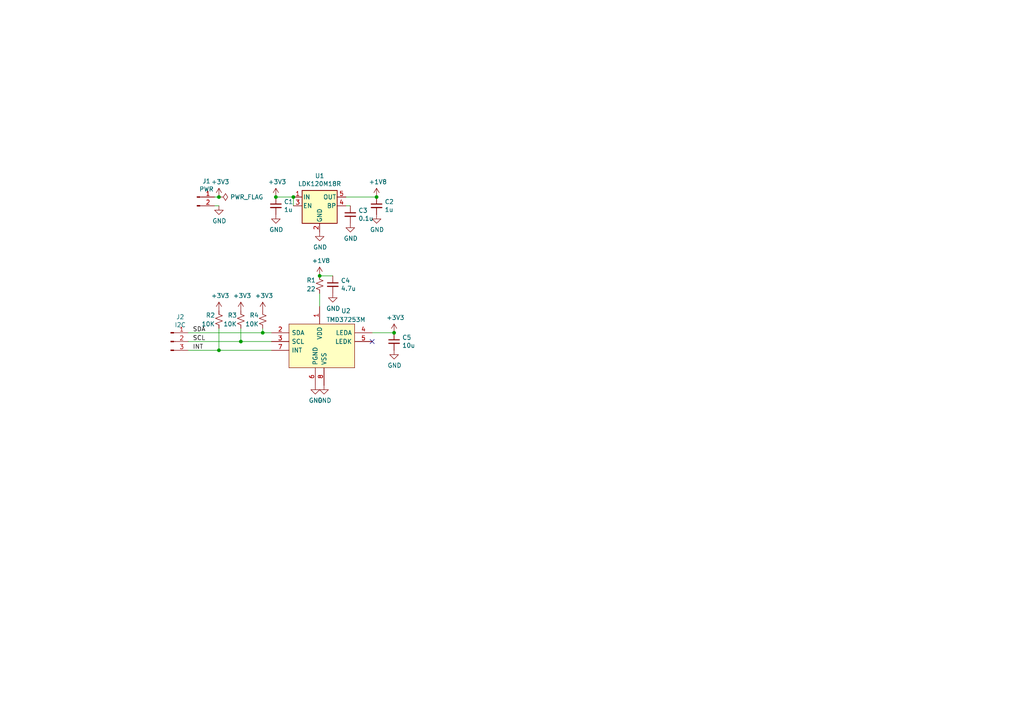
<source format=kicad_sch>
(kicad_sch (version 20211123) (generator eeschema)
  (paper "A4")
  (lib_symbols
    (symbol "Connector:Conn_01x02_Male" (pin_names (offset 1.016) hide)
      (property "Reference" "J" (at 0 2.54 0))
      (property "Value" "Conn_01x02_Male" (at 0 -5.08 0))
      (symbol "Conn_01x02_Male_1_1"
        (polyline (pts (xy 1.27 -2.54) (xy 0.8636 -2.54)) (stroke (width 0.1524)))
        (polyline (pts (xy 1.27 0) (xy 0.8636 0)) (stroke (width 0.1524)))
        (rectangle (start 0.8636 -2.413) (end 0 -2.667) (stroke (width 0.1524)) (fill (type outline)))
        (rectangle (start 0.8636 0.127) (end 0 -0.127) (stroke (width 0.1524)) (fill (type outline)))
        (pin passive line (at 5.08 0 180) (length 3.81) (name "Pin_1") (number "1"))
        (pin passive line (at 5.08 -2.54 180) (length 3.81) (name "Pin_2") (number "2"))
      )
    )
    (symbol "Connector:Conn_01x03_Male" (pin_names (offset 1.016) hide)
      (property "Reference" "J" (at 0 5.08 0))
      (property "Value" "Conn_01x03_Male" (at 0 -5.08 0))
      (symbol "Conn_01x03_Male_1_1"
        (polyline (pts (xy 1.27 -2.54) (xy 0.8636 -2.54)) (stroke (width 0.1524)))
        (polyline (pts (xy 1.27 0) (xy 0.8636 0)) (stroke (width 0.1524)))
        (polyline (pts (xy 1.27 2.54) (xy 0.8636 2.54)) (stroke (width 0.1524)))
        (rectangle (start 0.8636 -2.413) (end 0 -2.667) (stroke (width 0.1524)) (fill (type outline)))
        (rectangle (start 0.8636 0.127) (end 0 -0.127) (stroke (width 0.1524)) (fill (type outline)))
        (rectangle (start 0.8636 2.667) (end 0 2.413) (stroke (width 0.1524)) (fill (type outline)))
        (pin passive line (at 5.08 2.54 180) (length 3.81) (name "Pin_1") (number "1"))
        (pin passive line (at 5.08 0 180) (length 3.81) (name "Pin_2") (number "2"))
        (pin passive line (at 5.08 -2.54 180) (length 3.81) (name "Pin_3") (number "3"))
      )
    )
    (symbol "Device:C_Small" (pin_numbers hide) (pin_names (offset 0.254) hide)
      (property "Reference" "C" (at 0.254 1.778 0))
      (property "Value" "C_Small" (at 0.254 -2.032 0))
      (symbol "C_Small_0_1"
        (polyline (pts (xy -1.524 -0.508) (xy 1.524 -0.508)) (stroke (width 0.3302)))
        (polyline (pts (xy -1.524 0.508) (xy 1.524 0.508)) (stroke (width 0.3048)))
      )
      (symbol "C_Small_1_1"
        (pin passive line (at 0 2.54 270) (length 2.032) (name "~") (number "1"))
        (pin passive line (at 0 -2.54 90) (length 2.032) (name "~") (number "2"))
      )
    )
    (symbol "Device:R_Small_US" (pin_numbers hide) (pin_names (offset 0.254) hide)
      (property "Reference" "R" (at 0.762 0.508 0))
      (property "Value" "R_Small_US" (at 0.762 -1.016 0))
      (symbol "R_Small_US_1_1"
        (polyline (pts (xy 0 0) (xy 1.016 -0.381) (xy 0 -0.762) (xy -1.016 -1.143) (xy 0 -1.524)))
        (polyline (pts (xy 0 1.524) (xy 1.016 1.143) (xy 0 0.762) (xy -1.016 0.381) (xy 0 0)))
        (pin passive line (at 0 2.54 270) (length 1.016) (name "~") (number "1"))
        (pin passive line (at 0 -2.54 90) (length 1.016) (name "~") (number "2"))
      )
    )
    (symbol "Regulator_Linear:LDK130-12_SOT23_SOT353" (pin_names (offset 0.254))
      (property "Reference" "U" (at -3.81 5.715 0))
      (property "Value" "LDK130-12_SOT23_SOT353" (at 0 5.715 0))
      (symbol "LDK130-12_SOT23_SOT353_0_1"
        (rectangle (start -5.08 4.445) (end 5.08 -5.08) (stroke (width 0.254)) (fill (type background)))
      )
      (symbol "LDK130-12_SOT23_SOT353_1_1"
        (pin power_in line (at -7.62 2.54 0) (length 2.54) (name "IN") (number "1"))
        (pin power_in line (at 0 -7.62 90) (length 2.54) (name "GND") (number "2"))
        (pin input line (at -7.62 0 0) (length 2.54) (name "EN") (number "3"))
        (pin passive line (at 7.62 0 180) (length 2.54) (name "BP") (number "4"))
        (pin power_out line (at 7.62 2.54 180) (length 2.54) (name "OUT") (number "5"))
      )
    )
    (symbol "TMD37253M:TMD37253M" (pin_names (offset 0.762))
      (property "Reference" "IC" (at 1.27 12.7 0))
      (property "Value" "TMD37253M" (at 1.27 10.16 0))
      (symbol "TMD37253M_0_0"
        (pin power_in line (at -1.27 11.43 270) (length 5.08) (name "VDD") (number "1"))
        (pin bidirectional line (at -15.24 3.81 0) (length 5.08) (name "SDA") (number "2"))
        (pin input line (at -15.24 1.27 0) (length 5.08) (name "SCL") (number "3"))
        (pin input line (at 13.97 3.81 180) (length 5.08) (name "LEDA") (number "4"))
        (pin output line (at 13.97 1.27 180) (length 5.08) (name "LEDK") (number "5"))
        (pin power_in line (at -2.54 -11.43 90) (length 5.08) (name "PGND") (number "6"))
        (pin power_in line (at -15.24 -1.27 0) (length 5.08) (name "INT") (number "7"))
        (pin power_in line (at 0 -11.43 90) (length 5.08) (name "VSS") (number "8"))
      )
      (symbol "TMD37253M_0_1"
        (rectangle (start -10.16 6.35) (end 8.89 -6.35) (fill (type background)))
      )
    )
    (symbol "power:+1V8" (power) (pin_names (offset 0))
      (property "Value" "+1V8" (at 0 3.556 0))
      (symbol "+1V8_0_1"
        (polyline (pts (xy -0.762 1.27) (xy 0 2.54)))
        (polyline (pts (xy 0 0) (xy 0 2.54)))
        (polyline (pts (xy 0 2.54) (xy 0.762 1.27)))
      )
      (symbol "+1V8_1_1"
        (pin power_in line (at 0 0 90) (length 0) hide (name "+1V8") (number "1"))
      )
    )
    (symbol "power:+3V3" (power) (pin_names (offset 0))
      (property "Value" "+3V3" (at 0 3.556 0))
      (symbol "+3V3_0_1"
        (polyline (pts (xy -0.762 1.27) (xy 0 2.54)))
        (polyline (pts (xy 0 0) (xy 0 2.54)))
        (polyline (pts (xy 0 2.54) (xy 0.762 1.27)))
      )
      (symbol "+3V3_1_1"
        (pin power_in line (at 0 0 90) (length 0) hide (name "+3V3") (number "1"))
      )
    )
    (symbol "power:GND" (power) (pin_names (offset 0))
      (property "Value" "GND" (at 0 -3.81 0))
      (symbol "GND_0_1"
        (polyline (pts (xy 0 0) (xy 0 -1.27) (xy 1.27 -1.27) (xy 0 -2.54) (xy -1.27 -1.27) (xy 0 -1.27)))
      )
      (symbol "GND_1_1"
        (pin power_in line (at 0 0 270) (length 0) hide (name "GND") (number "1"))
      )
    )
    (symbol "power:PWR_FLAG" (power) (pin_numbers hide) (pin_names (offset 0) hide)
      (property "Value" "PWR_FLAG" (at 0 3.81 0))
      (symbol "PWR_FLAG_0_0"
        (pin power_out line (at 0 0 90) (length 0) (name "pwr") (number "1"))
      )
      (symbol "PWR_FLAG_0_1"
        (polyline (pts (xy 0 0) (xy 0 1.27) (xy -1.016 1.905) (xy 0 2.54) (xy 1.016 1.905) (xy 0 1.27)))
      )
    )
  )
  (junction (at 109.22 57.15))
  (junction (at 80.01 57.15))
  (junction (at 92.71 80.01))
  (junction (at 63.5 101.6))
  (junction (at 76.2 96.52))
  (junction (at 85.09 57.15))
  (junction (at 63.5 57.15))
  (junction (at 69.85 99.06))
  (junction (at 114.3 96.52))
  (no_connect (at 107.95 99.06))
  (wire (pts (xy 92.71 80.01) (xy 96.52 80.01)))
  (wire (pts (xy 76.2 95.25) (xy 76.2 96.52)))
  (wire (pts (xy 92.71 85.09) (xy 92.71 88.9)))
  (wire (pts (xy 80.01 57.15) (xy 85.09 57.15)))
  (wire (pts (xy 62.23 57.15) (xy 63.5 57.15)))
  (wire (pts (xy 69.85 99.06) (xy 69.85 95.25)))
  (wire (pts (xy 101.6 59.69) (xy 100.33 59.69)))
  (wire (pts (xy 54.61 101.6) (xy 63.5 101.6)))
  (wire (pts (xy 63.5 101.6) (xy 78.74 101.6)))
  (wire (pts (xy 63.5 95.25) (xy 63.5 101.6)))
  (wire (pts (xy 76.2 96.52) (xy 78.74 96.52)))
  (wire (pts (xy 78.74 99.06) (xy 69.85 99.06)))
  (wire (pts (xy 107.95 96.52) (xy 114.3 96.52)))
  (wire (pts (xy 69.85 99.06) (xy 54.61 99.06)))
  (wire (pts (xy 100.33 57.15) (xy 109.22 57.15)))
  (wire (pts (xy 62.23 59.69) (xy 63.5 59.69)))
  (wire (pts (xy 54.61 96.52) (xy 76.2 96.52)))
  (wire (pts (xy 85.09 57.15) (xy 85.09 59.69)))
  (label "SDA" (at 55.88 96.52 0))
  (label "SCL" (at 55.88 99.06 0))
  (label "INT" (at 55.88 101.6 0))
  (symbol (lib_id "Regulator_Linear:LDK130-12_SOT23_SOT353") (at 92.71 59.69 0) (unit 1)
    (property "Reference" "U1" (at 92.71 51.0032 0))
    (property "Value" "LDK120M18R" (at 92.71 53.3146 0))
    (property "Footprint" "Package_TO_SOT_SMD:SOT-23-5" (effects hide))
    (property "Datasheet" "https://www.st.com/content/ccc/resource/technical/document/datasheet/9d/8f/91/5b/5d/0b/49/3d/DM00070790.pdf/files/DM00070790.pdf/jcr:content/translations/en.DM00070790.pdf" (effects hide))
  )
  (symbol (lib_id "TMD37253M:TMD37253M") (at 93.98 100.33 0) (unit 1)
    (property "Reference" "U2" (at 100.33 90.17 0))
    (property "Value" "TMD37253M" (at 100.33 92.71 0))
    (property "Footprint" "lib:TMD37253M" (effects hide))
    (property "Datasheet" "https://componentsearchengine.com//TMD37253M.pdf" (effects hide))
    (property "Description" "Ambient Light Sensors TMD37253M OLGA8 LF T&RDP" (effects hide))
    (property "Height" "1.1" (effects hide))
    (property "Manufacturer_Name" "ams" (effects hide))
    (property "Manufacturer_Part_Number" "TMD37253M" (effects hide))
    (property "Mouser Part Number" "985-TMD37253M" (effects hide))
    (property "Mouser Price/Stock" "https://www.mouser.co.uk/ProductDetail/ams/TMD37253M?qs=vLWxofP3U2w3vfIwANEepQ%3D%3D" (effects hide))
  )
  (symbol (lib_id "power:+1V8") (at 92.71 80.01 0) (unit 1)
    (property "Reference" "#PWR0101" (effects hide))
    (property "Value" "+1V8" (at 93.091 75.6158 0))
  )
  (symbol (lib_id "power:+1V8") (at 109.22 57.15 0) (unit 1)
    (property "Reference" "#PWR0102" (effects hide))
    (property "Value" "+1V8" (at 109.601 52.7558 0))
  )
  (symbol (lib_id "power:+3V3") (at 80.01 57.15 0) (unit 1)
    (property "Reference" "#PWR0103" (effects hide))
    (property "Value" "+3V3" (at 80.391 52.7558 0))
  )
  (symbol (lib_id "power:GND") (at 92.71 67.31 0) (unit 1)
    (property "Reference" "#PWR0104" (effects hide))
    (property "Value" "GND" (at 92.837 71.7042 0))
  )
  (symbol (lib_id "power:GND") (at 91.44 111.76 0) (unit 1)
    (property "Reference" "#PWR0105" (effects hide))
    (property "Value" "GND" (at 91.567 116.1542 0))
  )
  (symbol (lib_id "power:GND") (at 93.98 111.76 0) (unit 1)
    (property "Reference" "#PWR0106" (effects hide))
    (property "Value" "GND" (at 94.107 116.1542 0))
  )
  (symbol (lib_id "power:+3V3") (at 114.3 96.52 0) (unit 1)
    (property "Reference" "#PWR0107" (effects hide))
    (property "Value" "+3V3" (at 114.681 92.1258 0))
  )
  (symbol (lib_id "Device:C_Small") (at 96.52 82.55 0) (unit 1)
    (property "Reference" "C4" (at 98.8568 81.3816 0) (effects (justify left)))
    (property "Value" "4.7u" (at 98.8568 83.693 0) (effects (justify left)))
    (property "Footprint" "Capacitor_SMD:C_0805_2012Metric" (effects hide))
  )
  (symbol (lib_id "power:GND") (at 96.52 85.09 0) (unit 1)
    (property "Reference" "#PWR0108" (effects hide))
    (property "Value" "GND" (at 96.647 89.4842 0))
  )
  (symbol (lib_id "Device:C_Small") (at 101.6 62.23 0) (unit 1)
    (property "Reference" "C3" (at 103.9368 61.0616 0) (effects (justify left)))
    (property "Value" "0.1u" (at 103.9368 63.373 0) (effects (justify left)))
    (property "Footprint" "Capacitor_SMD:C_0603_1608Metric" (effects hide))
  )
  (symbol (lib_id "power:GND") (at 101.6 64.77 0) (unit 1)
    (property "Reference" "#PWR0109" (effects hide))
    (property "Value" "GND" (at 101.727 69.1642 0))
  )
  (symbol (lib_id "Device:C_Small") (at 109.22 59.69 0) (unit 1)
    (property "Reference" "C2" (at 111.5568 58.5216 0) (effects (justify left)))
    (property "Value" "1u" (at 111.5568 60.833 0) (effects (justify left)))
    (property "Footprint" "Capacitor_SMD:C_0603_1608Metric" (effects hide))
  )
  (symbol (lib_id "power:GND") (at 109.22 62.23 0) (unit 1)
    (property "Reference" "#PWR0110" (effects hide))
    (property "Value" "GND" (at 109.347 66.6242 0))
  )
  (symbol (lib_id "Device:C_Small") (at 80.01 59.69 0) (unit 1)
    (property "Reference" "C1" (at 82.3468 58.5216 0) (effects (justify left)))
    (property "Value" "1u" (at 82.3468 60.833 0) (effects (justify left)))
    (property "Footprint" "Capacitor_SMD:C_0603_1608Metric" (effects hide))
  )
  (symbol (lib_id "power:GND") (at 80.01 62.23 0) (unit 1)
    (property "Reference" "#PWR0111" (effects hide))
    (property "Value" "GND" (at 80.137 66.6242 0))
  )
  (symbol (lib_id "power:GND") (at 114.3 101.6 0) (unit 1)
    (property "Reference" "#PWR0112" (effects hide))
    (property "Value" "GND" (at 114.427 105.9942 0))
  )
  (symbol (lib_id "Device:C_Small") (at 114.3 99.06 0) (unit 1)
    (property "Reference" "C5" (at 116.6368 97.8916 0) (effects (justify left)))
    (property "Value" "10u" (at 116.6368 100.203 0) (effects (justify left)))
    (property "Footprint" "Capacitor_SMD:C_0805_2012Metric" (effects hide))
  )
  (symbol (lib_id "Device:R_Small_US") (at 92.71 82.55 0) (unit 1)
    (property "Reference" "R1" (at 88.9 81.28 0) (effects (justify left)))
    (property "Value" "22" (at 88.9 83.82 0) (effects (justify left)))
    (property "Footprint" "Resistor_SMD:R_0603_1608Metric" (effects hide))
  )
  (symbol (lib_id "Device:R_Small_US") (at 76.2 92.71 0) (unit 1)
    (property "Reference" "R4" (at 72.39 91.44 0) (effects (justify left)))
    (property "Value" "10K" (at 71.12 93.98 0) (effects (justify left)))
    (property "Footprint" "Resistor_SMD:R_0603_1608Metric" (effects hide))
  )
  (symbol (lib_id "Device:R_Small_US") (at 69.85 92.71 0) (unit 1)
    (property "Reference" "R3" (at 66.04 91.44 0) (effects (justify left)))
    (property "Value" "10K" (at 64.77 93.98 0) (effects (justify left)))
    (property "Footprint" "Resistor_SMD:R_0603_1608Metric" (effects hide))
  )
  (symbol (lib_id "Device:R_Small_US") (at 63.5 92.71 0) (unit 1)
    (property "Reference" "R2" (at 59.69 91.44 0) (effects (justify left)))
    (property "Value" "10K" (at 58.42 93.98 0) (effects (justify left)))
    (property "Footprint" "Resistor_SMD:R_0603_1608Metric" (effects hide))
  )
  (symbol (lib_id "power:+3V3") (at 76.2 90.17 0) (unit 1)
    (property "Reference" "#PWR0113" (effects hide))
    (property "Value" "+3V3" (at 76.581 85.7758 0))
  )
  (symbol (lib_id "power:+3V3") (at 69.85 90.17 0) (unit 1)
    (property "Reference" "#PWR0114" (effects hide))
    (property "Value" "+3V3" (at 70.231 85.7758 0))
  )
  (symbol (lib_id "power:+3V3") (at 63.5 90.17 0) (unit 1)
    (property "Reference" "#PWR0115" (effects hide))
    (property "Value" "+3V3" (at 63.881 85.7758 0))
  )
  (symbol (lib_id "Connector:Conn_01x03_Male") (at 49.53 99.06 0) (unit 1)
    (property "Reference" "J2" (at 52.2732 91.9226 0))
    (property "Value" "I2C" (at 52.2732 94.234 0))
    (property "Footprint" "Connector_PinHeader_2.54mm:PinHeader_1x03_P2.54mm_Vertical" (effects hide))
  )
  (symbol (lib_id "Connector:Conn_01x02_Male") (at 57.15 57.15 0) (unit 1)
    (property "Reference" "J1" (at 59.8932 52.5526 0))
    (property "Value" "PWR" (at 59.8932 54.864 0))
    (property "Footprint" "Connector_PinHeader_2.54mm:PinHeader_1x02_P2.54mm_Vertical" (effects hide))
  )
  (symbol (lib_id "power:GND") (at 63.5 59.69 0) (unit 1)
    (property "Reference" "#PWR0116" (effects hide))
    (property "Value" "GND" (at 63.627 64.0842 0))
  )
  (symbol (lib_id "power:PWR_FLAG") (at 63.5 57.15 270) (unit 1)
    (property "Reference" "#FLG0101" (effects hide))
    (property "Value" "PWR_FLAG" (at 66.7512 57.15 90) (effects (justify left)))
  )
  (symbol (lib_id "power:+3V3") (at 63.5 57.15 0) (unit 1)
    (property "Reference" "#PWR0117" (effects hide))
    (property "Value" "+3V3" (at 63.881 52.7558 0))
  )
)
</source>
